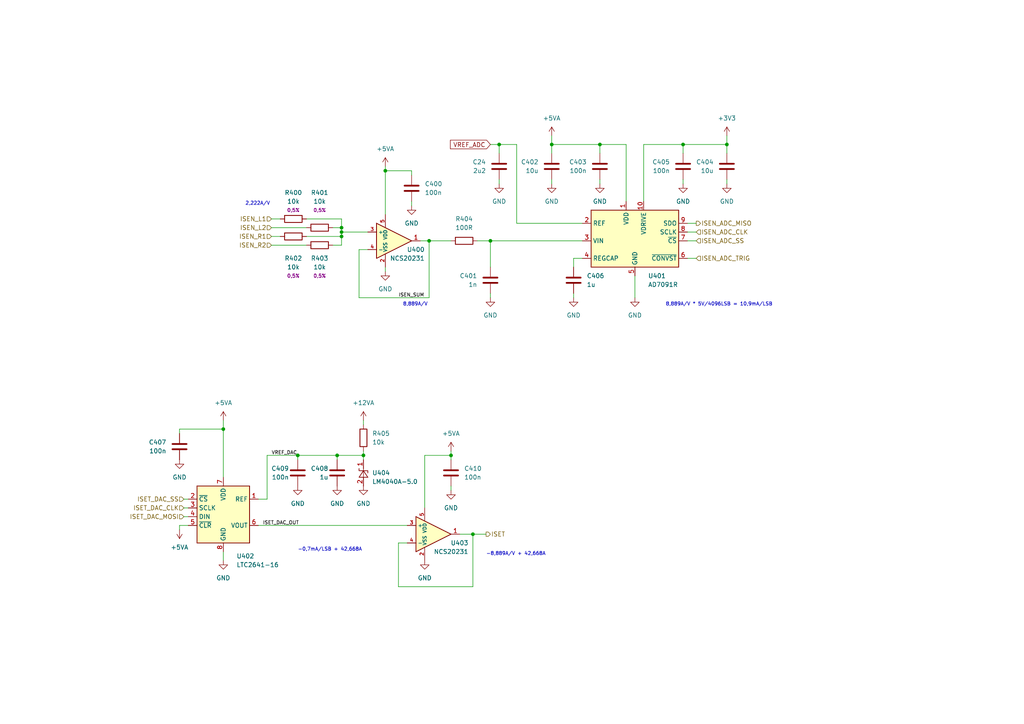
<source format=kicad_sch>
(kicad_sch (version 20211123) (generator eeschema)
  (paper "A4")
  (title_block (title "Current Sense & DAC") (company "Martin Kopka"))
  (lib_symbols
    (symbol "Device:C" (pin_numbers hide) (pin_names (offset 0.254))
      (property "Reference" "C" (at 0.635 2.54 0))
      (property "Value" "C" (at 0.635 -2.54 0))
      (symbol "C_0_1"
        (polyline (pts (xy -2.032 -0.762) (xy 2.032 -0.762)) (stroke (width 0.508)))
        (polyline (pts (xy -2.032 0.762) (xy 2.032 0.762)) (stroke (width 0.508)))
      )
      (symbol "C_1_1"
        (pin passive line (at 0 3.81 270) (length 2.794) (name "~") (number "1"))
        (pin passive line (at 0 -3.81 90) (length 2.794) (name "~") (number "2"))
      )
    )
    (symbol "Device:R" (pin_numbers hide) (pin_names (offset 0))
      (property "Reference" "R" (at 2.032 0 90))
      (property "Value" "R" (at 0 0 90))
      (symbol "R_0_1"
        (rectangle (start -1.016 -2.54) (end 1.016 2.54) (stroke (width 0.254)))
      )
      (symbol "R_1_1"
        (pin passive line (at 0 3.81 270) (length 1.27) (name "~") (number "1"))
        (pin passive line (at 0 -3.81 90) (length 1.27) (name "~") (number "2"))
      )
    )
    (symbol "Transistor_IGBT:AD7091R"
      (property "Reference" "U" (at 5.08 11.43 0))
      (property "Value" "AD7091R" (at 5.08 8.89 0))
      (symbol "AD7091R_0_1"
        (rectangle (start -12.7 6.35) (end 12.7 -10.16) (stroke (width 0.254)) (fill (type background)))
      )
      (symbol "AD7091R_1_1"
        (pin power_in line (at -2.54 8.89 270) (length 2.54) (name "VDD") (number "1"))
        (pin power_in line (at 2.54 8.89 270) (length 2.54) (name "VDRIVE") (number "10"))
        (pin input line (at -15.24 2.54 0) (length 2.54) (name "REF") (number "2"))
        (pin input line (at -15.24 -2.54 0) (length 2.54) (name "VIN") (number "3"))
        (pin passive line (at -15.24 -7.62 0) (length 2.54) (name "REGCAP") (number "4"))
        (pin power_in line (at 0 -12.7 90) (length 2.54) (name "GND") (number "5"))
        (pin input line (at 15.24 -7.62 180) (length 2.54) (name "~{CONVST}") (number "6"))
        (pin input line (at 15.24 -2.54 180) (length 2.54) (name "~{CS}") (number "7"))
        (pin input line (at 15.24 0 180) (length 2.54) (name "SCLK") (number "8"))
        (pin output line (at 15.24 2.54 180) (length 2.54) (name "SDO") (number "9"))
      )
    )
    (symbol "power:+12VA" (power) (pin_names (offset 0))
      (property "Value" "+12VA" (at 0 3.556 0))
      (symbol "+12VA_0_1"
        (polyline (pts (xy -0.762 1.27) (xy 0 2.54)))
        (polyline (pts (xy 0 0) (xy 0 2.54)))
        (polyline (pts (xy 0 2.54) (xy 0.762 1.27)))
      )
      (symbol "+12VA_1_1"
        (pin power_in line (at 0 0 90) (length 0) hide (name "+12VA") (number "1"))
      )
    )
    (symbol "power:+3V3" (power) (pin_names (offset 0))
      (property "Value" "+3V3" (at 0 3.556 0))
      (symbol "+3V3_0_1"
        (polyline (pts (xy -0.762 1.27) (xy 0 2.54)))
        (polyline (pts (xy 0 0) (xy 0 2.54)))
        (polyline (pts (xy 0 2.54) (xy 0.762 1.27)))
      )
      (symbol "+3V3_1_1"
        (pin power_in line (at 0 0 90) (length 0) hide (name "+3V3") (number "1"))
      )
    )
    (symbol "power:+5VA" (power) (pin_names (offset 0))
      (property "Value" "+5VA" (at 0 3.556 0))
      (symbol "+5VA_0_1"
        (polyline (pts (xy -0.762 1.27) (xy 0 2.54)))
        (polyline (pts (xy 0 0) (xy 0 2.54)))
        (polyline (pts (xy 0 2.54) (xy 0.762 1.27)))
      )
      (symbol "+5VA_1_1"
        (pin power_in line (at 0 0 90) (length 0) hide (name "+5VA") (number "1"))
      )
    )
    (symbol "power:GND" (power) (pin_names (offset 0))
      (property "Value" "GND" (at 0 -3.81 0))
      (symbol "GND_0_1"
        (polyline (pts (xy 0 0) (xy 0 -1.27) (xy 1.27 -1.27) (xy 0 -2.54) (xy -1.27 -1.27) (xy 0 -1.27)))
      )
      (symbol "GND_1_1"
        (pin power_in line (at 0 0 270) (length 0) hide (name "GND") (number "1"))
      )
    )
    (symbol "w-analog-ic:LTC2641-xx"
      (property "Reference" "U" (at 2.54 11.43 0))
      (property "Value" "LTC2641-xx" (at 2.54 8.89 0))
      (symbol "LTC2641-xx_0_1"
        (rectangle (start -7.62 6.35) (end 7.62 -10.16) (stroke (width 0.254)) (fill (type background)))
      )
      (symbol "LTC2641-xx_1_1"
        (pin input line (at 10.16 2.54 180) (length 2.54) (name "REF") (number "1"))
        (pin input line (at -10.16 2.54 0) (length 2.54) (name "~{CS}") (number "2"))
        (pin input line (at -10.16 0 0) (length 2.54) (name "SCLK") (number "3"))
        (pin input line (at -10.16 -2.54 0) (length 2.54) (name "DIN") (number "4"))
        (pin input line (at -10.16 -5.08 0) (length 2.54) (name "~{CLR}") (number "5"))
        (pin output line (at 10.16 -5.08 180) (length 2.54) (name "VOUT") (number "6"))
        (pin power_in line (at 0 8.89 270) (length 2.54) (name "VDD") (number "7"))
        (pin power_in line (at 0 -12.7 90) (length 2.54) (name "GND") (number "8"))
      )
    )
    (symbol "w-analog-ic:NCS20231"
      (property "Reference" "U" (at 3.175 -4.445 0))
      (property "Value" "NCS20231" (at 3.175 -6.35 0))
      (symbol "NCS20231_0_1"
        (polyline (pts (xy -2.54 5.08) (xy 7.62 0) (xy -2.54 -5.08) (xy -2.54 5.08)) (stroke (width 0.254)) (fill (type background)))
        (pin power_in line (at 0 -7.62 90) (length 3.81) (name "VSS") (number "2"))
        (pin power_in line (at 0 7.62 270) (length 3.81) (name "VDD") (number "5"))
      )
      (symbol "NCS20231_1_1"
        (pin output line (at 10.16 0 180) (length 2.54) (name "~") (number "1"))
        (pin input line (at -5.08 2.54 0) (length 2.54) (name "+") (number "3"))
        (pin input line (at -5.08 -2.54 0) (length 2.54) (name "-") (number "4"))
      )
    )
    (symbol "w-regulator:LM4040" (pin_names hide)
      (property "Reference" "U" (at 0 5.08 0))
      (property "Value" "LM4040" (at 0 2.54 0))
      (symbol "LM4040_0_0"
        (text "" (at -3.81 2.54 0) (effects (font (size 1.27 1.27))))
        (text "" (at -2.54 3.81 0) (effects (font (size 1.27 1.27))))
      )
      (symbol "LM4040_0_1"
        (polyline (pts (xy -1.27 0) (xy 0 0) (xy 1.27 0)))
        (polyline (pts (xy -1.27 -1.27) (xy 0.635 0) (xy -1.27 1.27) (xy -1.27 -1.27)) (stroke (width 0.2032)))
        (polyline (pts (xy 0 -1.27) (xy 0.635 -1.27) (xy 0.635 1.27) (xy 1.27 1.27)) (stroke (width 0.2032)))
      )
      (symbol "LM4040_1_1"
        (pin passive line (at 3.81 0 180) (length 2.54) (name "K") (number "1"))
        (pin passive line (at -3.81 0 0) (length 2.54) (name "A") (number "2"))
        (pin no_connect line (at 0 -2.54 90) (length 2.54) hide (name "NC") (number "3"))
      )
    )
  )
  (junction (at 111.76 49.53))
  (junction (at 144.78 41.91))
  (junction (at 160.02 41.91))
  (junction (at 99.06 68.58))
  (junction (at 124.46 69.85))
  (junction (at 137.16 154.94))
  (junction (at 99.06 67.31))
  (junction (at 210.82 41.91))
  (junction (at 105.41 132.08))
  (junction (at 97.79 132.08))
  (junction (at 86.36 132.08))
  (junction (at 130.81 132.08))
  (junction (at 142.24 69.85))
  (junction (at 99.06 66.04))
  (junction (at 198.12 41.91))
  (junction (at 173.99 41.91))
  (junction (at 64.77 124.46))
  (wire (pts (xy 181.61 41.91) (xy 173.99 41.91)))
  (wire (pts (xy 99.06 67.31) (xy 106.68 67.31)))
  (wire (pts (xy 99.06 68.58) (xy 99.06 67.31)))
  (wire (pts (xy 119.38 58.42) (xy 119.38 59.69)))
  (wire (pts (xy 96.52 71.12) (xy 99.06 71.12)))
  (wire (pts (xy 119.38 49.53) (xy 111.76 49.53)))
  (wire (pts (xy 130.81 132.08) (xy 130.81 133.35)))
  (wire (pts (xy 130.81 130.81) (xy 130.81 132.08)))
  (wire (pts (xy 97.79 132.08) (xy 105.41 132.08)))
  (wire (pts (xy 104.14 86.36) (xy 124.46 86.36)))
  (wire (pts (xy 198.12 52.07) (xy 198.12 53.34)))
  (wire (pts (xy 130.81 140.97) (xy 130.81 142.24)))
  (wire (pts (xy 137.16 154.94) (xy 140.97 154.94)))
  (wire (pts (xy 77.47 132.08) (xy 86.36 132.08)))
  (wire (pts (xy 181.61 58.42) (xy 181.61 41.91)))
  (wire (pts (xy 78.74 71.12) (xy 88.9 71.12)))
  (wire (pts (xy 78.74 63.5) (xy 81.28 63.5)))
  (wire (pts (xy 53.34 144.78) (xy 54.61 144.78)))
  (wire (pts (xy 52.07 124.46) (xy 64.77 124.46)))
  (wire (pts (xy 74.93 144.78) (xy 77.47 144.78)))
  (wire (pts (xy 186.69 41.91) (xy 198.12 41.91)))
  (wire (pts (xy 111.76 77.47) (xy 111.76 78.74)))
  (wire (pts (xy 210.82 39.37) (xy 210.82 41.91)))
  (wire (pts (xy 149.86 41.91) (xy 144.78 41.91)))
  (wire (pts (xy 78.74 66.04) (xy 88.9 66.04)))
  (wire (pts (xy 111.76 49.53) (xy 111.76 62.23)))
  (wire (pts (xy 123.19 147.32) (xy 123.19 132.08)))
  (wire (pts (xy 124.46 86.36) (xy 124.46 69.85)))
  (wire (pts (xy 184.15 80.01) (xy 184.15 86.36)))
  (wire (pts (xy 142.24 69.85) (xy 168.91 69.85)))
  (wire (pts (xy 173.99 52.07) (xy 173.99 53.34)))
  (wire (pts (xy 115.57 157.48) (xy 115.57 170.18)))
  (wire (pts (xy 105.41 121.92) (xy 105.41 123.19)))
  (wire (pts (xy 144.78 41.91) (xy 144.78 44.45)))
  (wire (pts (xy 142.24 85.09) (xy 142.24 86.36)))
  (wire (pts (xy 199.39 74.93) (xy 201.93 74.93)))
  (wire (pts (xy 64.77 160.02) (xy 64.77 162.56)))
  (wire (pts (xy 105.41 132.08) (xy 105.41 133.35)))
  (wire (pts (xy 124.46 69.85) (xy 130.81 69.85)))
  (wire (pts (xy 160.02 41.91) (xy 173.99 41.91)))
  (wire (pts (xy 144.78 52.07) (xy 144.78 53.34)))
  (wire (pts (xy 210.82 44.45) (xy 210.82 41.91)))
  (wire (pts (xy 115.57 170.18) (xy 137.16 170.18)))
  (wire (pts (xy 105.41 130.81) (xy 105.41 132.08)))
  (wire (pts (xy 78.74 68.58) (xy 81.28 68.58)))
  (wire (pts (xy 160.02 39.37) (xy 160.02 41.91)))
  (wire (pts (xy 52.07 153.67) (xy 52.07 152.4)))
  (wire (pts (xy 198.12 41.91) (xy 198.12 44.45)))
  (wire (pts (xy 142.24 69.85) (xy 142.24 77.47)))
  (wire (pts (xy 53.34 149.86) (xy 54.61 149.86)))
  (wire (pts (xy 199.39 67.31) (xy 201.93 67.31)))
  (wire (pts (xy 52.07 152.4) (xy 54.61 152.4)))
  (wire (pts (xy 166.37 74.93) (xy 166.37 77.47)))
  (wire (pts (xy 173.99 41.91) (xy 173.99 44.45)))
  (wire (pts (xy 149.86 64.77) (xy 149.86 41.91)))
  (wire (pts (xy 88.9 63.5) (xy 99.06 63.5)))
  (wire (pts (xy 118.11 157.48) (xy 115.57 157.48)))
  (wire (pts (xy 123.19 132.08) (xy 130.81 132.08)))
  (wire (pts (xy 86.36 132.08) (xy 86.36 133.35)))
  (wire (pts (xy 142.24 41.91) (xy 144.78 41.91)))
  (wire (pts (xy 138.43 69.85) (xy 142.24 69.85)))
  (wire (pts (xy 168.91 74.93) (xy 166.37 74.93)))
  (wire (pts (xy 137.16 170.18) (xy 137.16 154.94)))
  (wire (pts (xy 52.07 125.73) (xy 52.07 124.46)))
  (wire (pts (xy 210.82 52.07) (xy 210.82 53.34)))
  (wire (pts (xy 160.02 44.45) (xy 160.02 41.91)))
  (wire (pts (xy 149.86 64.77) (xy 168.91 64.77)))
  (wire (pts (xy 86.36 132.08) (xy 97.79 132.08)))
  (wire (pts (xy 186.69 58.42) (xy 186.69 41.91)))
  (wire (pts (xy 99.06 71.12) (xy 99.06 68.58)))
  (wire (pts (xy 64.77 124.46) (xy 64.77 138.43)))
  (wire (pts (xy 119.38 50.8) (xy 119.38 49.53)))
  (wire (pts (xy 210.82 41.91) (xy 198.12 41.91)))
  (wire (pts (xy 166.37 85.09) (xy 166.37 86.36)))
  (wire (pts (xy 124.46 69.85) (xy 121.92 69.85)))
  (wire (pts (xy 77.47 144.78) (xy 77.47 132.08)))
  (wire (pts (xy 160.02 52.07) (xy 160.02 53.34)))
  (wire (pts (xy 53.34 147.32) (xy 54.61 147.32)))
  (wire (pts (xy 137.16 154.94) (xy 133.35 154.94)))
  (wire (pts (xy 99.06 66.04) (xy 96.52 66.04)))
  (wire (pts (xy 88.9 68.58) (xy 99.06 68.58)))
  (wire (pts (xy 97.79 132.08) (xy 97.79 133.35)))
  (wire (pts (xy 199.39 69.85) (xy 201.93 69.85)))
  (wire (pts (xy 111.76 48.26) (xy 111.76 49.53)))
  (wire (pts (xy 104.14 72.39) (xy 104.14 86.36)))
  (wire (pts (xy 64.77 121.92) (xy 64.77 124.46)))
  (wire (pts (xy 99.06 63.5) (xy 99.06 66.04)))
  (wire (pts (xy 199.39 64.77) (xy 201.93 64.77)))
  (wire (pts (xy 106.68 72.39) (xy 104.14 72.39)))
  (wire (pts (xy 99.06 67.31) (xy 99.06 66.04)))
  (wire (pts (xy 74.93 152.4) (xy 118.11 152.4)))
  (text "8,889A/V * 5V/4096LSB = 10,9mA/LSB" (at 193.04 88.9 0) (effects (font (size 1 1)) (justify left bottom)))
  (text "-0,7mA/LSB + 42,668A" (at 86.36 160.02 0) (effects (font (size 1 1)) (justify left bottom)))
  (text "-8,889A/V + 42,668A" (at 140.97 161.29 0) (effects (font (size 1 1)) (justify left bottom)))
  (text "2,222A/V" (at 71.12 59.69 0) (effects (font (size 1 1)) (justify left bottom)))
  (text "8,889A/V" (at 116.84 88.9 0) (effects (font (size 1 1)) (justify left bottom)))
  (label "ISET_DAC_OUT" (at 76.2 152.4 0) (effects (font (size 1 1))))
  (label "VREF_DAC" (at 78.74 132.08 0) (effects (font (size 1 1))))
  (label "ISEN_SUM" (at 115.57 86.36 0) (effects (font (size 1 1))))
  (global_label "VREF_ADC" (shape input) (at 142.24 41.91 180) (property "Intersheet References" "${INTERSHEET_REFS}" (effects hide)))
  (hierarchical_label "ISEN_R1" (shape input) (at 78.74 68.58 180))
  (hierarchical_label "ISET" (shape output) (at 140.97 154.94 0))
  (hierarchical_label "ISET_DAC_MOSI" (shape input) (at 53.34 149.86 180))
  (hierarchical_label "ISEN_R2" (shape input) (at 78.74 71.12 180))
  (hierarchical_label "ISEN_ADC_CLK" (shape input) (at 201.93 67.31 0))
  (hierarchical_label "ISEN_L1" (shape input) (at 78.74 63.5 180))
  (hierarchical_label "ISET_DAC_CLK" (shape input) (at 53.34 147.32 180))
  (hierarchical_label "ISEN_ADC_MISO" (shape output) (at 201.93 64.77 0))
  (hierarchical_label "ISEN_ADC_TRIG" (shape input) (at 201.93 74.93 0))
  (hierarchical_label "ISEN_ADC_SS" (shape input) (at 201.93 69.85 0))
  (hierarchical_label "ISET_DAC_SS" (shape input) (at 53.34 144.78 180))
  (hierarchical_label "ISEN_L2" (shape input) (at 78.74 66.04 180))
  (symbol (lib_id "Device:R") (at 105.41 127 0) (unit 1)
    (property "Reference" "R405" (at 107.95 125.73 0) (effects (justify left)))
    (property "Value" "10k" (at 107.95 128.27 0) (effects (justify left)))
    (property "Footprint" "Resistor_SMD:R_0603_1608Metric" (effects hide))
  )
  (symbol (lib_id "power:GND") (at 130.81 142.24 0) (unit 1)
    (property "Reference" "#PWR0149" (effects hide))
    (property "Value" "GND" (at 130.81 147.32 0))
  )
  (symbol (lib_id "power:GND") (at 160.02 53.34 0) (unit 1)
    (property "Reference" "#PWR0130" (effects hide))
    (property "Value" "GND" (at 160.02 58.42 0))
  )
  (symbol (lib_id "Device:C") (at 160.02 48.26 0) (unit 1)
    (property "Reference" "C402" (at 156.21 46.99 0) (effects (justify right)))
    (property "Value" "10u" (at 156.21 49.53 0) (effects (justify right)))
    (property "Footprint" "Capacitor_SMD:C_0603_1608Metric" (effects hide))
  )
  (symbol (lib_id "power:GND") (at 123.19 162.56 0) (unit 1)
    (property "Reference" "#PWR0150" (effects hide))
    (property "Value" "GND" (at 123.19 167.64 0))
  )
  (symbol (lib_id "power:+5VA") (at 64.77 121.92 0) (unit 1)
    (property "Reference" "#PWR0180" (effects hide))
    (property "Value" "+5VA" (at 64.77 116.84 0))
  )
  (symbol (lib_id "Device:R") (at 85.09 68.58 90) (unit 1)
    (property "Reference" "R402" (at 85.09 74.93 90))
    (property "Value" "10k" (at 85.09 77.47 90))
    (property "Footprint" "Resistor_SMD:R_0603_1608Metric" (effects hide))
    (property "Tolerance" "0,5%" (at 85.09 80.01 90) (effects (font (size 1 1))))
  )
  (symbol (lib_id "power:+3V3") (at 210.82 39.37 0) (unit 1)
    (property "Reference" "#PWR0144" (effects hide))
    (property "Value" "+3V3" (at 210.82 34.29 0))
  )
  (symbol (lib_id "power:GND") (at 210.82 53.34 0) (unit 1)
    (property "Reference" "#PWR0145" (effects hide))
    (property "Value" "GND" (at 210.82 58.42 0))
  )
  (symbol (lib_id "Device:R") (at 92.71 66.04 90) (unit 1)
    (property "Reference" "R401" (at 92.71 55.88 90))
    (property "Value" "10k" (at 92.71 58.42 90))
    (property "Footprint" "Resistor_SMD:R_0603_1608Metric" (effects hide))
    (property "Tolerance" "0,5%" (at 92.71 60.96 90) (effects (font (size 1 1))))
  )
  (symbol (lib_id "power:GND") (at 184.15 86.36 0) (unit 1)
    (property "Reference" "#PWR0143" (effects hide))
    (property "Value" "GND" (at 184.15 91.44 0))
  )
  (symbol (lib_id "power:+5VA") (at 130.81 130.81 0) (unit 1)
    (property "Reference" "#PWR0148" (effects hide))
    (property "Value" "+5VA" (at 130.81 125.73 0))
  )
  (symbol (lib_id "power:GND") (at 86.36 140.97 0) (unit 1)
    (property "Reference" "#PWR0152" (effects hide))
    (property "Value" "GND" (at 86.36 146.05 0))
  )
  (symbol (lib_id "power:GND") (at 105.41 140.97 0) (unit 1)
    (property "Reference" "#PWR0154" (effects hide))
    (property "Value" "GND" (at 105.41 146.05 0))
  )
  (symbol (lib_id "power:GND") (at 198.12 53.34 0) (unit 1)
    (property "Reference" "#PWR0142" (effects hide))
    (property "Value" "GND" (at 198.12 58.42 0))
  )
  (symbol (lib_id "Device:R") (at 134.62 69.85 90) (unit 1)
    (property "Reference" "R404" (at 134.62 63.5 90))
    (property "Value" "100R" (at 134.62 66.04 90))
    (property "Footprint" "Resistor_SMD:R_0603_1608Metric" (effects hide))
  )
  (symbol (lib_id "power:+5VA") (at 160.02 39.37 0) (unit 1)
    (property "Reference" "#PWR0131" (effects hide))
    (property "Value" "+5VA" (at 160.02 34.29 0))
  )
  (symbol (lib_id "power:GND") (at 111.76 78.74 0) (unit 1)
    (property "Reference" "#PWR0111" (effects hide))
    (property "Value" "GND" (at 111.76 83.82 0))
  )
  (symbol (lib_id "Device:C") (at 173.99 48.26 0) (unit 1)
    (property "Reference" "C403" (at 170.18 46.99 0) (effects (justify right)))
    (property "Value" "100n" (at 170.18 49.53 0) (effects (justify right)))
    (property "Footprint" "Capacitor_SMD:C_0603_1608Metric" (effects hide))
  )
  (symbol (lib_id "Device:C") (at 166.37 81.28 0) (unit 1)
    (property "Reference" "C406" (at 170.18 80.01 0) (effects (justify left)))
    (property "Value" "1u" (at 170.18 82.55 0) (effects (justify left)))
    (property "Footprint" "Capacitor_SMD:C_0603_1608Metric" (effects hide))
  )
  (symbol (lib_id "power:GND") (at 173.99 53.34 0) (unit 1)
    (property "Reference" "#PWR0146" (effects hide))
    (property "Value" "GND" (at 173.99 58.42 0))
  )
  (symbol (lib_id "power:+12VA") (at 105.41 121.92 0) (unit 1)
    (property "Reference" "#PWR0151" (effects hide))
    (property "Value" "+12VA" (at 105.41 116.84 0))
  )
  (symbol (lib_id "power:GND") (at 64.77 162.56 0) (unit 1)
    (property "Reference" "#PWR0178" (effects hide))
    (property "Value" "GND" (at 64.77 167.64 0))
  )
  (symbol (lib_id "Device:C") (at 119.38 54.61 0) (unit 1)
    (property "Reference" "C400" (at 123.19 53.34 0) (effects (justify left)))
    (property "Value" "100n" (at 123.19 55.88 0) (effects (justify left)))
    (property "Footprint" "Capacitor_SMD:C_0603_1608Metric" (effects hide))
  )
  (symbol (lib_id "power:GND") (at 144.78 53.34 0) (unit 1)
    (property "Reference" "#PWR0114" (effects hide))
    (property "Value" "GND" (at 144.78 58.42 0))
  )
  (symbol (lib_id "w-regulator:LM4040") (at 105.41 137.16 90) (unit 1)
    (property "Reference" "U404" (at 107.95 137.1488 90) (effects (justify right)))
    (property "Value" "LM4040A-5.0" (at 107.95 139.6888 90) (effects (justify right)))
    (property "Footprint" "w-ic:SOT-23" (effects hide))
    (property "Datasheet" "https://www.ti.com/lit/ds/symlink/lm4040-n.pdf?HQS=dis-mous-null-mousermode-dsf-pf-null-wwe&ts=1678467919577&ref_url=https%253A%252F%252Fcz.mouser.com%252F" (effects hide))
  )
  (symbol (lib_id "Device:C") (at 130.81 137.16 0) (unit 1)
    (property "Reference" "C410" (at 134.62 135.89 0) (effects (justify left)))
    (property "Value" "100n" (at 134.62 138.43 0) (effects (justify left)))
    (property "Footprint" "Capacitor_SMD:C_0603_1608Metric" (effects hide))
  )
  (symbol (lib_id "power:+5VA") (at 111.76 48.26 0) (unit 1)
    (property "Reference" "#PWR0113" (effects hide))
    (property "Value" "+5VA" (at 111.76 43.18 0))
  )
  (symbol (lib_id "power:GND") (at 142.24 86.36 0) (unit 1)
    (property "Reference" "#PWR0132" (effects hide))
    (property "Value" "GND" (at 142.24 91.44 0))
  )
  (symbol (lib_id "power:GND") (at 166.37 86.36 0) (unit 1)
    (property "Reference" "#PWR0140" (effects hide))
    (property "Value" "GND" (at 166.37 91.44 0))
  )
  (symbol (lib_id "w-analog-ic:NCS20231") (at 123.19 154.94 0) (unit 1)
    (property "Reference" "U403" (at 135.89 157.48 0) (effects (justify right)))
    (property "Value" "NCS20231" (at 135.89 160.02 0) (effects (justify right)))
    (property "Footprint" "w-ic:SOT-23-5L" (effects hide))
    (property "Datasheet" "https://www.onsemi.com/download/data-sheet/pdf/ncs20231-d.pdf" (effects hide))
  )
  (symbol (lib_id "Device:R") (at 85.09 63.5 90) (unit 1)
    (property "Reference" "R400" (at 85.09 55.88 90))
    (property "Value" "10k" (at 85.09 58.42 90))
    (property "Footprint" "Resistor_SMD:R_0603_1608Metric" (effects hide))
    (property "Tolerance" "0,5%" (at 85.09 60.96 90) (effects (font (size 1 1))))
  )
  (symbol (lib_id "power:+5VA") (at 52.07 153.67 180) (unit 1)
    (property "Reference" "#PWR0177" (effects hide))
    (property "Value" "+5VA" (at 52.07 158.75 0))
  )
  (symbol (lib_id "Device:C") (at 198.12 48.26 0) (unit 1)
    (property "Reference" "C405" (at 194.31 46.99 0) (effects (justify right)))
    (property "Value" "100n" (at 194.31 49.53 0) (effects (justify right)))
    (property "Footprint" "Capacitor_SMD:C_0603_1608Metric" (effects hide))
  )
  (symbol (lib_id "Device:C") (at 52.07 129.54 0) (unit 1)
    (property "Reference" "C407" (at 48.26 128.27 0) (effects (justify right)))
    (property "Value" "100n" (at 48.26 130.81 0) (effects (justify right)))
    (property "Footprint" "Capacitor_SMD:C_0603_1608Metric" (effects hide))
  )
  (symbol (lib_id "Device:C") (at 144.78 48.26 180) (unit 1)
    (property "Reference" "C24" (at 140.97 46.99 0) (effects (justify left)))
    (property "Value" "2u2" (at 140.97 49.53 0) (effects (justify left)))
    (property "Footprint" "Capacitor_SMD:C_0603_1608Metric" (effects hide))
  )
  (symbol (lib_id "Device:R") (at 92.71 71.12 90) (unit 1)
    (property "Reference" "R403" (at 92.71 74.93 90))
    (property "Value" "10k" (at 92.71 77.47 90))
    (property "Footprint" "Resistor_SMD:R_0603_1608Metric" (effects hide))
    (property "Tolerance" "0,5%" (at 92.71 80.01 90) (effects (font (size 1 1))))
  )
  (symbol (lib_id "Device:C") (at 142.24 81.28 0) (unit 1)
    (property "Reference" "C401" (at 138.43 80.01 0) (effects (justify right)))
    (property "Value" "1n" (at 138.43 82.55 0) (effects (justify right)))
    (property "Footprint" "Capacitor_SMD:C_0603_1608Metric" (effects hide))
  )
  (symbol (lib_id "power:GND") (at 52.07 133.35 0) (unit 1)
    (property "Reference" "#PWR0179" (effects hide))
    (property "Value" "GND" (at 52.07 138.43 0))
  )
  (symbol (lib_id "Device:C") (at 86.36 137.16 0) (unit 1)
    (property "Reference" "C409" (at 83.82 135.89 0) (effects (justify right)))
    (property "Value" "100n" (at 83.82 138.43 0) (effects (justify right)))
    (property "Footprint" "Capacitor_SMD:C_0603_1608Metric" (effects hide))
  )
  (symbol (lib_id "power:GND") (at 119.38 59.69 0) (unit 1)
    (property "Reference" "#PWR0112" (effects hide))
    (property "Value" "GND" (at 119.38 64.77 0))
  )
  (symbol (lib_id "power:GND") (at 97.79 140.97 0) (unit 1)
    (property "Reference" "#PWR0153" (effects hide))
    (property "Value" "GND" (at 97.79 146.05 0))
  )
  (symbol (lib_id "w-analog-ic:NCS20231") (at 111.76 69.85 0) (unit 1)
    (property "Reference" "U400" (at 123.19 72.39 0) (effects (justify right)))
    (property "Value" "NCS20231" (at 123.19 74.93 0) (effects (justify right)))
    (property "Footprint" "w-ic:SOT-23-5L" (effects hide))
    (property "Datasheet" "https://www.onsemi.com/download/data-sheet/pdf/ncs20231-d.pdf" (effects hide))
  )
  (symbol (lib_id "w-analog-ic:LTC2641-xx") (at 64.77 147.32 0) (unit 1)
    (property "Reference" "U402" (at 68.58 161.29 0) (effects (justify left)))
    (property "Value" "LTC2641-16" (at 68.58 163.83 0) (effects (justify left)))
    (property "Footprint" "w-ic:VSSOP-8_3x3mm_P0.65mm" (effects hide))
    (property "Datasheet" "https://cz.mouser.com/datasheet/2/609/26412fd-3125252.pdf" (effects hide))
  )
  (symbol (lib_id "Transistor_IGBT:AD7091R") (at 184.15 67.31 0) (unit 1)
    (property "Reference" "U401" (at 187.96 80.01 0) (effects (justify left)))
    (property "Value" "AD7091R" (at 187.96 82.55 0) (effects (justify left)))
    (property "Footprint" "w-ic:VSSOP-10 3x3mm P0.5mm" (effects hide))
    (property "Datasheet" "https://cz.mouser.com/datasheet/2/609/AD7091R-3118521.pdf" (effects hide))
  )
  (symbol (lib_id "Device:C") (at 97.79 137.16 0) (unit 1)
    (property "Reference" "C408" (at 95.25 135.89 0) (effects (justify right)))
    (property "Value" "1u" (at 95.25 138.43 0) (effects (justify right)))
    (property "Footprint" "Capacitor_SMD:C_0603_1608Metric" (effects hide))
  )
  (symbol (lib_id "Device:C") (at 210.82 48.26 0) (unit 1)
    (property "Reference" "C404" (at 207.01 46.99 0) (effects (justify right)))
    (property "Value" "10u" (at 207.01 49.53 0) (effects (justify right)))
    (property "Footprint" "Capacitor_SMD:C_0603_1608Metric" (effects hide))
  )
)
</source>
